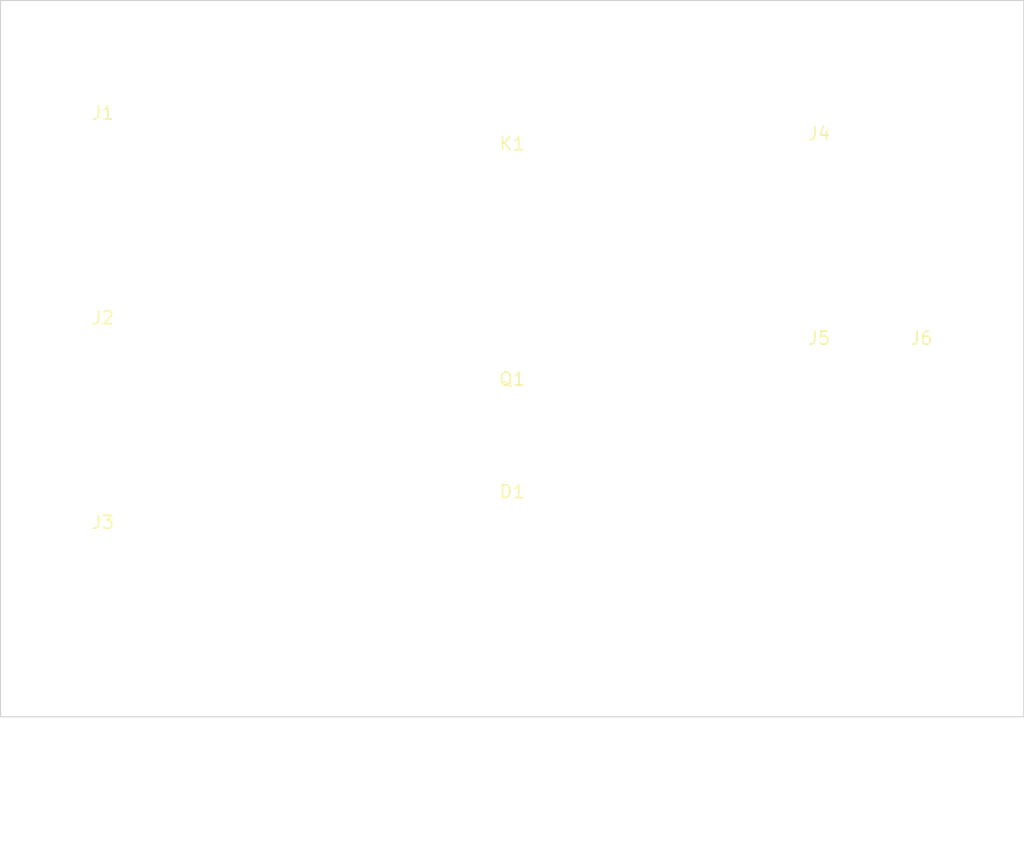
<source format=kicad_pcb>
(kicad_pcb (version 20211014) (generator pcbnew)
  (layers (0 "F.Cu" signal) (31 "B.Cu" signal) (34 "B.Paste" user) (35 "F.Paste" user) (36 "B.SilkS" user) (37 "F.SilkS" user) (38 "B.Mask" user) (39 "F.Mask" user) (44 "Edge.Cuts" user))
  (net 0 "")
  (gr_rect (start 0 0) (end 100 70) (layer "Edge.Cuts") (width 0.1))
  (footprint "MountingHole:MountingHole_3.2mm_M3" (layer "F.Cu") (at 5 5)
    (fp_text reference "H1" hide)
    (fp_text value "MountingHole" hide)
    (pad "1" np_thru_hole circle (at 0 0) (size 3.2 3.2) (drill 3.2) (layers *.Cu *.Mask))
  )
  (footprint "MountingHole:MountingHole_3.2mm_M3" (layer "F.Cu") (at 95 5)
    (fp_text reference "H2" hide)
    (fp_text value "MountingHole" hide)
    (pad "1" np_thru_hole circle (at 0 0) (size 3.2 3.2) (drill 3.2) (layers *.Cu *.Mask))
  )
  (footprint "MountingHole:MountingHole_3.2mm_M3" (layer "F.Cu") (at 95 65)
    (fp_text reference "H3" hide)
    (fp_text value "MountingHole" hide)
    (pad "1" np_thru_hole circle (at 0 0) (size 3.2 3.2) (drill 3.2) (layers *.Cu *.Mask))
  )
  (footprint "MountingHole:MountingHole_3.2mm_M3" (layer "F.Cu") (at 5 65)
    (fp_text reference "H4" hide)
    (fp_text value "MountingHole" hide)
    (pad "1" np_thru_hole circle (at 0 0) (size 3.2 3.2) (drill 3.2) (layers *.Cu *.Mask))
  )
  (footprint "TerminalBlock:TerminalBlock_5.08mm_2pin" (layer "F.Cu") (at 10 15)
    (fp_text reference "J1" (at 0 -4) (layer "F.SilkS"))
    (fp_text value "12V_IN")
  )
  (footprint "TerminalBlock:TerminalBlock_5.08mm_2pin" (layer "F.Cu") (at 10 35)
    (fp_text reference "J2" (at 0 -4) (layer "F.SilkS"))
    (fp_text value "PUMP_OUT")
  )
  (footprint "TerminalBlock:TerminalBlock_5.08mm_2pin" (layer "F.Cu") (at 10 55)
    (fp_text reference "J3" (at 0 -4) (layer "F.SilkS"))
    (fp_text value "12V_OUT")
  )
  (footprint "Relay_THT:Relay_SPDT_SRD_Series" (layer "F.Cu") (at 50 20)
    (fp_text reference "K1" (at 0 -6) (layer "F.SilkS"))
    (fp_text value "SRD-05VDC-SL-C")
  )
  (footprint "Package_TO_SOT_THT:TO-92_Inline" (layer "F.Cu") (at 50 40)
    (fp_text reference "Q1" (at 0 -3) (layer "F.SilkS"))
    (fp_text value "BC547")
  )
  (footprint "Diode_THT:D_DO-41_SOD81_P10.16mm_Horizontal" (layer "F.Cu") (at 50 50)
    (fp_text reference "D1" (at 0 -2) (layer "F.SilkS"))
    (fp_text value "1N400x")
  )
  (footprint "Connector_PinHeader_2.54mm:PinHeader_1x04_P2.54mm_Vertical" (layer "F.Cu") (at 80 15)
    (fp_text reference "J4" (at 0 -2) (layer "F.SilkS"))
    (fp_text value "BUCK_5V")
  )
  (footprint "Connector_PinHeader_2.54mm:PinHeader_1x19_P2.54mm_Vertical" (layer "F.Cu") (at 80 35)
    (fp_text reference "J5" (at 0 -2) (layer "F.SilkS"))
    (fp_text value "ESP32_L")
  )
  (footprint "Connector_PinHeader_2.54mm:PinHeader_1x19_P2.54mm_Vertical" (layer "F.Cu") (at 90 35)
    (fp_text reference "J6" (at 0 -2) (layer "F.SilkS"))
    (fp_text value "ESP32_R")
  )
)
</source>
